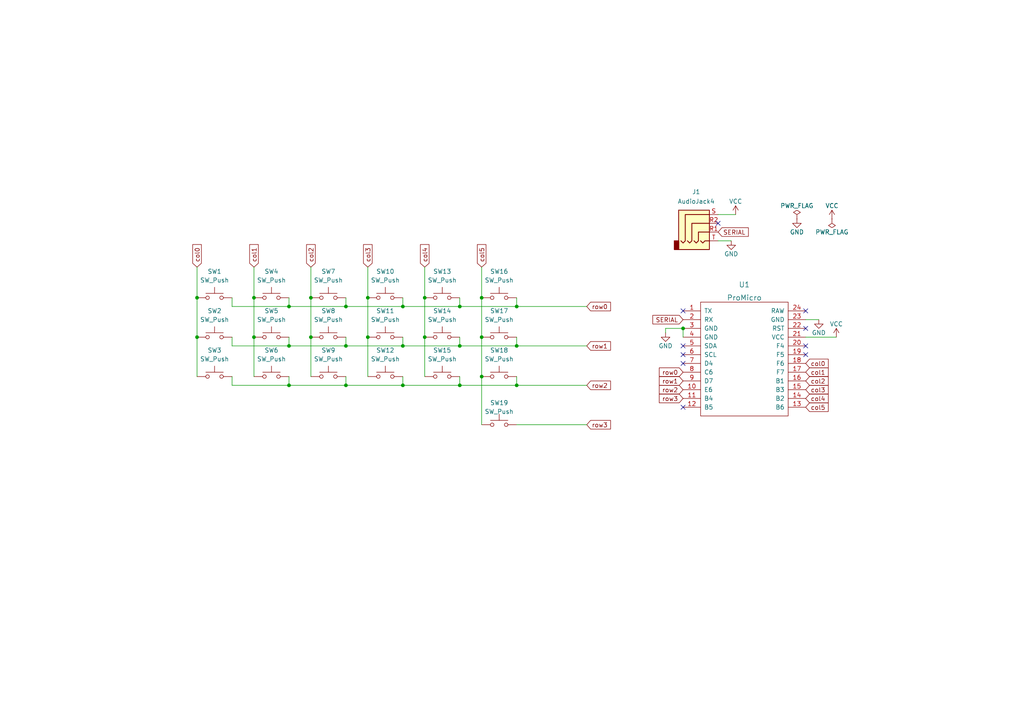
<source format=kicad_sch>
(kicad_sch (version 20211123) (generator eeschema)
  (paper "A4")
  (lib_symbols
    (symbol "Connector:AudioJack4"
      (property "Reference" "J" (at 0 8.89 0))
      (property "Value" "AudioJack4" (at 0 6.35 0))
      (symbol "AudioJack4_0_1"
        (rectangle (start -6.35 -5.08) (end -7.62 -7.62) (stroke (width 0.254)) (fill (type outline)))
        (polyline (pts (xy 0 -5.08) (xy 0.635 -5.715) (xy 1.27 -5.08) (xy 2.54 -5.08)) (stroke (width 0.254)))
        (polyline (pts (xy -5.715 -5.08) (xy -5.08 -5.715) (xy -4.445 -5.08) (xy -4.445 2.54) (xy 2.54 2.54)) (stroke (width 0.254)))
        (polyline (pts (xy -1.905 -5.08) (xy -1.27 -5.715) (xy -0.635 -5.08) (xy -0.635 -2.54) (xy 2.54 -2.54)) (stroke (width 0.254)))
        (polyline (pts (xy 2.54 0) (xy -2.54 0) (xy -2.54 -5.08) (xy -3.175 -5.715) (xy -3.81 -5.08)) (stroke (width 0.254)))
        (rectangle (start 2.54 3.81) (end -6.35 -7.62) (stroke (width 0.254)) (fill (type background)))
      )
      (symbol "AudioJack4_1_1"
        (pin passive line (at 5.08 -2.54 180) (length 2.54) (name "~") (number "R1"))
        (pin passive line (at 5.08 0 180) (length 2.54) (name "~") (number "R2"))
        (pin passive line (at 5.08 2.54 180) (length 2.54) (name "~") (number "S"))
        (pin passive line (at 5.08 -5.08 180) (length 2.54) (name "~") (number "T"))
      )
    )
    (symbol "ProMicro:ProMicro" (pin_names (offset 1.016))
      (property "Reference" "U" (at 0 24.13 0))
      (property "Value" "ProMicro" (at 0 -13.97 0))
      (symbol "ProMicro_0_1"
        (rectangle (start -12.7 21.59) (end 12.7 -11.43))
      )
      (symbol "ProMicro_1_1"
        (pin bidirectional line (at -17.78 19.05 0) (length 5.08) (name "TX") (number "1"))
        (pin bidirectional line (at -17.78 -3.81 0) (length 5.08) (name "E6") (number "10"))
        (pin bidirectional line (at -17.78 -6.35 0) (length 5.08) (name "B4") (number "11"))
        (pin bidirectional line (at -17.78 -8.89 0) (length 5.08) (name "B5") (number "12"))
        (pin bidirectional line (at 17.78 -8.89 180) (length 5.08) (name "B6") (number "13"))
        (pin bidirectional line (at 17.78 -6.35 180) (length 5.08) (name "B2") (number "14"))
        (pin bidirectional line (at 17.78 -3.81 180) (length 5.08) (name "B3") (number "15"))
        (pin bidirectional line (at 17.78 -1.27 180) (length 5.08) (name "B1") (number "16"))
        (pin bidirectional line (at 17.78 1.27 180) (length 5.08) (name "F7") (number "17"))
        (pin bidirectional line (at 17.78 3.81 180) (length 5.08) (name "F6") (number "18"))
        (pin bidirectional line (at 17.78 6.35 180) (length 5.08) (name "F5") (number "19"))
        (pin bidirectional line (at -17.78 16.51 0) (length 5.08) (name "RX") (number "2"))
        (pin bidirectional line (at 17.78 8.89 180) (length 5.08) (name "F4") (number "20"))
        (pin power_in line (at 17.78 11.43 180) (length 5.08) (name "VCC") (number "21"))
        (pin input line (at 17.78 13.97 180) (length 5.08) (name "RST") (number "22"))
        (pin power_in line (at 17.78 16.51 180) (length 5.08) (name "GND") (number "23"))
        (pin power_out line (at 17.78 19.05 180) (length 5.08) (name "RAW") (number "24"))
        (pin power_in line (at -17.78 13.97 0) (length 5.08) (name "GND") (number "3"))
        (pin power_in line (at -17.78 11.43 0) (length 5.08) (name "GND") (number "4"))
        (pin bidirectional line (at -17.78 8.89 0) (length 5.08) (name "SDA") (number "5"))
        (pin bidirectional line (at -17.78 6.35 0) (length 5.08) (name "SCL") (number "6"))
        (pin bidirectional line (at -17.78 3.81 0) (length 5.08) (name "D4") (number "7"))
        (pin bidirectional line (at -17.78 1.27 0) (length 5.08) (name "C6") (number "8"))
        (pin bidirectional line (at -17.78 -1.27 0) (length 5.08) (name "D7") (number "9"))
      )
    )
    (symbol "Switch:SW_Push" (pin_numbers hide) (pin_names (offset 1.016) hide)
      (property "Reference" "SW" (at 1.27 2.54 0))
      (property "Value" "SW_Push" (at 0 -1.524 0))
      (symbol "SW_Push_0_1"
        (circle (center -2.032 0) (radius 0.508))
        (polyline (pts (xy 0 1.27) (xy 0 3.048)))
        (polyline (pts (xy 2.54 1.27) (xy -2.54 1.27)))
        (circle (center 2.032 0) (radius 0.508))
        (pin passive line (at -5.08 0 0) (length 2.54) (name "1") (number "1"))
        (pin passive line (at 5.08 0 180) (length 2.54) (name "2") (number "2"))
      )
    )
    (symbol "power:GND" (power) (pin_names (offset 0))
      (property "Value" "GND" (at 0 -3.81 0))
      (symbol "GND_0_1"
        (polyline (pts (xy 0 0) (xy 0 -1.27) (xy 1.27 -1.27) (xy 0 -2.54) (xy -1.27 -1.27) (xy 0 -1.27)))
      )
      (symbol "GND_1_1"
        (pin power_in line (at 0 0 270) (length 0) hide (name "GND") (number "1"))
      )
    )
    (symbol "power:PWR_FLAG" (power) (pin_numbers hide) (pin_names (offset 0) hide)
      (property "Value" "PWR_FLAG" (at 0 3.81 0))
      (symbol "PWR_FLAG_0_0"
        (pin power_out line (at 0 0 90) (length 0) (name "pwr") (number "1"))
      )
      (symbol "PWR_FLAG_0_1"
        (polyline (pts (xy 0 0) (xy 0 1.27) (xy -1.016 1.905) (xy 0 2.54) (xy 1.016 1.905) (xy 0 1.27)))
      )
    )
    (symbol "power:VCC" (power) (pin_names (offset 0))
      (property "Value" "VCC" (at 0 3.81 0))
      (symbol "VCC_0_1"
        (polyline (pts (xy -0.762 1.27) (xy 0 2.54)))
        (polyline (pts (xy 0 0) (xy 0 2.54)))
        (polyline (pts (xy 0 2.54) (xy 0.762 1.27)))
      )
      (symbol "VCC_1_1"
        (pin power_in line (at 0 0 90) (length 0) hide (name "VCC") (number "1"))
      )
    )
  )
  (junction (at 139.7 109.22))
  (junction (at 198.12 95.25))
  (junction (at 90.17 97.79))
  (junction (at 73.66 86.36))
  (junction (at 100.33 111.76))
  (junction (at 116.84 111.76))
  (junction (at 100.33 100.33))
  (junction (at 106.68 97.79))
  (junction (at 139.7 86.36))
  (junction (at 116.84 100.33))
  (junction (at 133.35 100.33))
  (junction (at 83.82 88.9))
  (junction (at 83.82 100.33))
  (junction (at 149.86 88.9))
  (junction (at 90.17 86.36))
  (junction (at 149.86 111.76))
  (junction (at 123.19 86.36))
  (junction (at 57.15 86.36))
  (junction (at 133.35 88.9))
  (junction (at 57.15 97.79))
  (junction (at 116.84 88.9))
  (junction (at 73.66 97.79))
  (junction (at 149.86 100.33))
  (junction (at 123.19 97.79))
  (junction (at 83.82 111.76))
  (junction (at 106.68 86.36))
  (junction (at 133.35 111.76))
  (junction (at 100.33 88.9))
  (junction (at 139.7 97.79))
  (no_connect (at 198.12 118.11))
  (no_connect (at 198.12 105.41))
  (no_connect (at 198.12 100.33))
  (no_connect (at 198.12 102.87))
  (no_connect (at 198.12 90.17))
  (no_connect (at 233.68 90.17))
  (no_connect (at 233.68 102.87))
  (no_connect (at 233.68 95.25))
  (no_connect (at 233.68 100.33))
  (no_connect (at 208.28 64.77))
  (wire (pts (xy 123.19 77.47) (xy 123.19 86.36)))
  (wire (pts (xy 100.33 88.9) (xy 116.84 88.9)))
  (wire (pts (xy 83.82 97.79) (xy 83.82 100.33)))
  (wire (pts (xy 208.28 69.85) (xy 212.09 69.85)))
  (wire (pts (xy 139.7 97.79) (xy 139.7 109.22)))
  (wire (pts (xy 149.86 111.76) (xy 170.18 111.76)))
  (wire (pts (xy 100.33 109.22) (xy 100.33 111.76)))
  (wire (pts (xy 149.86 123.19) (xy 170.18 123.19)))
  (wire (pts (xy 139.7 77.47) (xy 139.7 86.36)))
  (wire (pts (xy 100.33 86.36) (xy 100.33 88.9)))
  (wire (pts (xy 67.31 111.76) (xy 83.82 111.76)))
  (wire (pts (xy 83.82 111.76) (xy 100.33 111.76)))
  (wire (pts (xy 116.84 111.76) (xy 133.35 111.76)))
  (wire (pts (xy 90.17 86.36) (xy 90.17 97.79)))
  (wire (pts (xy 133.35 100.33) (xy 149.86 100.33)))
  (wire (pts (xy 83.82 109.22) (xy 83.82 111.76)))
  (wire (pts (xy 83.82 100.33) (xy 100.33 100.33)))
  (wire (pts (xy 67.31 109.22) (xy 67.31 111.76)))
  (wire (pts (xy 133.35 109.22) (xy 133.35 111.76)))
  (wire (pts (xy 57.15 97.79) (xy 57.15 109.22)))
  (wire (pts (xy 73.66 97.79) (xy 73.66 109.22)))
  (wire (pts (xy 116.84 97.79) (xy 116.84 100.33)))
  (wire (pts (xy 139.7 86.36) (xy 139.7 97.79)))
  (wire (pts (xy 116.84 88.9) (xy 133.35 88.9)))
  (wire (pts (xy 149.86 109.22) (xy 149.86 111.76)))
  (wire (pts (xy 73.66 86.36) (xy 73.66 97.79)))
  (wire (pts (xy 233.68 92.71) (xy 237.49 92.71)))
  (wire (pts (xy 100.33 111.76) (xy 116.84 111.76)))
  (wire (pts (xy 100.33 100.33) (xy 116.84 100.33)))
  (wire (pts (xy 149.86 88.9) (xy 170.18 88.9)))
  (wire (pts (xy 57.15 86.36) (xy 57.15 97.79)))
  (wire (pts (xy 149.86 100.33) (xy 170.18 100.33)))
  (wire (pts (xy 133.35 97.79) (xy 133.35 100.33)))
  (wire (pts (xy 116.84 109.22) (xy 116.84 111.76)))
  (wire (pts (xy 106.68 86.36) (xy 106.68 97.79)))
  (wire (pts (xy 116.84 86.36) (xy 116.84 88.9)))
  (wire (pts (xy 106.68 77.47) (xy 106.68 86.36)))
  (wire (pts (xy 149.86 97.79) (xy 149.86 100.33)))
  (wire (pts (xy 133.35 86.36) (xy 133.35 88.9)))
  (wire (pts (xy 90.17 97.79) (xy 90.17 109.22)))
  (wire (pts (xy 100.33 97.79) (xy 100.33 100.33)))
  (wire (pts (xy 57.15 77.47) (xy 57.15 86.36)))
  (wire (pts (xy 139.7 109.22) (xy 139.7 123.19)))
  (wire (pts (xy 198.12 95.25) (xy 198.12 97.79)))
  (wire (pts (xy 193.04 95.25) (xy 193.04 96.52)))
  (wire (pts (xy 149.86 86.36) (xy 149.86 88.9)))
  (wire (pts (xy 208.28 62.23) (xy 213.36 62.23)))
  (wire (pts (xy 67.31 100.33) (xy 83.82 100.33)))
  (wire (pts (xy 116.84 100.33) (xy 133.35 100.33)))
  (wire (pts (xy 67.31 86.36) (xy 67.31 88.9)))
  (wire (pts (xy 198.12 95.25) (xy 193.04 95.25)))
  (wire (pts (xy 90.17 77.47) (xy 90.17 86.36)))
  (wire (pts (xy 133.35 111.76) (xy 149.86 111.76)))
  (wire (pts (xy 133.35 88.9) (xy 149.86 88.9)))
  (wire (pts (xy 233.68 97.79) (xy 242.57 97.79)))
  (wire (pts (xy 123.19 86.36) (xy 123.19 97.79)))
  (wire (pts (xy 67.31 97.79) (xy 67.31 100.33)))
  (wire (pts (xy 83.82 88.9) (xy 83.82 86.36)))
  (wire (pts (xy 123.19 97.79) (xy 123.19 109.22)))
  (wire (pts (xy 83.82 88.9) (xy 100.33 88.9)))
  (wire (pts (xy 73.66 77.47) (xy 73.66 86.36)))
  (wire (pts (xy 106.68 97.79) (xy 106.68 109.22)))
  (wire (pts (xy 67.31 88.9) (xy 83.82 88.9)))
  (global_label "row2" (shape input) (at 198.12 113.03 180) (property "Intersheet References" "${INTERSHEET_REFS}" (effects hide)))
  (global_label "row0" (shape input) (at 170.18 88.9 0) (property "Intersheet References" "${INTERSHEET_REFS}" (effects hide)))
  (global_label "row1" (shape input) (at 170.18 100.33 0) (property "Intersheet References" "${INTERSHEET_REFS}" (effects hide)))
  (global_label "col5" (shape input) (at 139.7 77.47 90) (property "Intersheet References" "${INTERSHEET_REFS}" (effects hide)))
  (global_label "col1" (shape input) (at 233.68 107.95 0) (property "Intersheet References" "${INTERSHEET_REFS}" (effects hide)))
  (global_label "col2" (shape input) (at 90.17 77.47 90) (property "Intersheet References" "${INTERSHEET_REFS}" (effects hide)))
  (global_label "row3" (shape input) (at 198.12 115.57 180) (property "Intersheet References" "${INTERSHEET_REFS}" (effects hide)))
  (global_label "col0" (shape input) (at 57.15 77.47 90) (property "Intersheet References" "${INTERSHEET_REFS}" (effects hide)))
  (global_label "col2" (shape input) (at 233.68 110.49 0) (property "Intersheet References" "${INTERSHEET_REFS}" (effects hide)))
  (global_label "row3" (shape input) (at 170.18 123.19 0) (property "Intersheet References" "${INTERSHEET_REFS}" (effects hide)))
  (global_label "col0" (shape input) (at 233.68 105.41 0) (property "Intersheet References" "${INTERSHEET_REFS}" (effects hide)))
  (global_label "SERIAL" (shape input) (at 198.12 92.71 180) (property "Intersheet References" "${INTERSHEET_REFS}" (effects hide)))
  (global_label "row2" (shape input) (at 170.18 111.76 0) (property "Intersheet References" "${INTERSHEET_REFS}" (effects hide)))
  (global_label "col4" (shape input) (at 233.68 115.57 0) (property "Intersheet References" "${INTERSHEET_REFS}" (effects hide)))
  (global_label "row1" (shape input) (at 198.12 110.49 180) (property "Intersheet References" "${INTERSHEET_REFS}" (effects hide)))
  (global_label "col3" (shape input) (at 106.68 77.47 90) (property "Intersheet References" "${INTERSHEET_REFS}" (effects hide)))
  (global_label "col5" (shape input) (at 233.68 118.11 0) (property "Intersheet References" "${INTERSHEET_REFS}" (effects hide)))
  (global_label "SERIAL" (shape input) (at 208.28 67.31 0) (property "Intersheet References" "${INTERSHEET_REFS}" (effects hide)))
  (global_label "col4" (shape input) (at 123.19 77.47 90) (property "Intersheet References" "${INTERSHEET_REFS}" (effects hide)))
  (global_label "col1" (shape input) (at 73.66 77.47 90) (property "Intersheet References" "${INTERSHEET_REFS}" (effects hide)))
  (global_label "row0" (shape input) (at 198.12 107.95 180) (property "Intersheet References" "${INTERSHEET_REFS}" (effects hide)))
  (global_label "col3" (shape input) (at 233.68 113.03 0) (property "Intersheet References" "${INTERSHEET_REFS}" (effects hide)))
  (symbol (lib_id "power:GND") (at 237.49 92.71 0) (unit 1)
    (property "Reference" "#PWR0102" (effects hide))
    (property "Value" "GND" (at 237.49 96.52 0))
  )
  (symbol (lib_id "Switch:SW_Push") (at 144.78 109.22 0) (unit 1)
    (property "Reference" "SW18" (at 144.78 101.6 0))
    (property "Value" "SW_Push" (at 144.78 104.14 0))
    (property "Footprint" "Footprints:BVC2013_diode_courtyard" (effects hide))
  )
  (symbol (lib_id "Connector:AudioJack4") (at 203.2 64.77 0) (unit 1)
    (property "Reference" "J1" (at 201.93 55.6449 0))
    (property "Value" "AudioJack4" (at 201.93 58.42 0))
    (property "Footprint" "Footprints:TRRS_crkbd" (effects hide))
  )
  (symbol (lib_id "power:VCC") (at 241.3 63.5 0) (unit 1)
    (property "Reference" "#PWR0107" (effects hide))
    (property "Value" "VCC" (at 241.3 59.69 0))
  )
  (symbol (lib_id "Switch:SW_Push") (at 144.78 86.36 0) (unit 1)
    (property "Reference" "SW16" (at 144.78 78.74 0))
    (property "Value" "SW_Push" (at 144.78 81.28 0))
    (property "Footprint" "Footprints:BVC2013_diode_courtyard" (effects hide))
  )
  (symbol (lib_id "power:VCC") (at 242.57 97.79 0) (unit 1)
    (property "Reference" "#PWR0101" (effects hide))
    (property "Value" "VCC" (at 242.57 93.98 0))
  )
  (symbol (lib_id "power:GND") (at 231.14 63.5 0) (unit 1)
    (property "Reference" "#PWR0105" (effects hide))
    (property "Value" "GND" (at 231.14 67.31 0))
  )
  (symbol (lib_id "ProMicro:ProMicro") (at 215.9 109.22 0) (unit 1)
    (property "Reference" "U1" (at 215.9 82.55 0) (effects (font (size 1.524 1.524))))
    (property "Value" "ProMicro" (at 215.9 86.36 0) (effects (font (size 1.524 1.524))))
    (property "Footprint" "Footprints:OxyMoron" (effects hide))
  )
  (symbol (lib_id "Switch:SW_Push") (at 62.23 109.22 0) (unit 1)
    (property "Reference" "SW3" (at 62.23 101.6 0))
    (property "Value" "SW_Push" (at 62.23 104.14 0))
    (property "Footprint" "Footprints:BVC2013_diode_courtyard" (effects hide))
  )
  (symbol (lib_id "Switch:SW_Push") (at 78.74 86.36 0) (unit 1)
    (property "Reference" "SW4" (at 78.74 78.74 0))
    (property "Value" "SW_Push" (at 78.74 81.28 0))
    (property "Footprint" "Footprints:BVC2013_diode_courtyard" (effects hide))
  )
  (symbol (lib_id "Switch:SW_Push") (at 128.27 86.36 0) (unit 1)
    (property "Reference" "SW13" (at 128.27 78.74 0))
    (property "Value" "SW_Push" (at 128.27 81.28 0))
    (property "Footprint" "Footprints:BVC2013_diode_courtyard" (effects hide))
  )
  (symbol (lib_id "Switch:SW_Push") (at 128.27 97.79 0) (unit 1)
    (property "Reference" "SW14" (at 128.27 90.17 0))
    (property "Value" "SW_Push" (at 128.27 92.71 0))
    (property "Footprint" "Footprints:BVC2013_diode_courtyard" (effects hide))
  )
  (symbol (lib_id "Switch:SW_Push") (at 144.78 97.79 0) (unit 1)
    (property "Reference" "SW17" (at 144.78 90.17 0))
    (property "Value" "SW_Push" (at 144.78 92.71 0))
    (property "Footprint" "Footprints:BVC2013_diode_courtyard" (effects hide))
  )
  (symbol (lib_id "Switch:SW_Push") (at 95.25 97.79 0) (unit 1)
    (property "Reference" "SW8" (at 95.25 90.17 0))
    (property "Value" "SW_Push" (at 95.25 92.71 0))
    (property "Footprint" "Footprints:BVC2013_diode_courtyard" (effects hide))
  )
  (symbol (lib_id "Switch:SW_Push") (at 95.25 86.36 0) (unit 1)
    (property "Reference" "SW7" (at 95.25 78.74 0))
    (property "Value" "SW_Push" (at 95.25 81.28 0))
    (property "Footprint" "Footprints:BVC2013_diode_courtyard" (effects hide))
  )
  (symbol (lib_id "Switch:SW_Push") (at 78.74 109.22 0) (unit 1)
    (property "Reference" "SW6" (at 78.74 101.6 0))
    (property "Value" "SW_Push" (at 78.74 104.14 0))
    (property "Footprint" "Footprints:BVC2013_diode_courtyard" (effects hide))
  )
  (symbol (lib_id "Switch:SW_Push") (at 62.23 86.36 0) (unit 1)
    (property "Reference" "SW1" (at 62.23 78.74 0))
    (property "Value" "SW_Push" (at 62.23 81.28 0))
    (property "Footprint" "Footprints:BVC2013_diode_courtyard" (effects hide))
  )
  (symbol (lib_id "Switch:SW_Push") (at 95.25 109.22 0) (unit 1)
    (property "Reference" "SW9" (at 95.25 101.6 0))
    (property "Value" "SW_Push" (at 95.25 104.14 0))
    (property "Footprint" "Footprints:BVC2013_diode_courtyard" (effects hide))
  )
  (symbol (lib_id "power:VCC") (at 213.36 62.23 0) (unit 1)
    (property "Reference" "#PWR0106" (effects hide))
    (property "Value" "VCC" (at 213.36 58.42 0))
  )
  (symbol (lib_id "power:GND") (at 193.04 96.52 0) (unit 1)
    (property "Reference" "#PWR0104" (effects hide))
    (property "Value" "GND" (at 193.04 100.33 0))
  )
  (symbol (lib_id "Switch:SW_Push") (at 78.74 97.79 0) (unit 1)
    (property "Reference" "SW5" (at 78.74 90.17 0))
    (property "Value" "SW_Push" (at 78.74 92.71 0))
    (property "Footprint" "Footprints:BVC2013_diode_courtyard" (effects hide))
  )
  (symbol (lib_id "Switch:SW_Push") (at 62.23 97.79 0) (unit 1)
    (property "Reference" "SW2" (at 62.23 90.17 0))
    (property "Value" "SW_Push" (at 62.23 92.71 0))
    (property "Footprint" "Footprints:BVC2013_diode_courtyard" (effects hide))
  )
  (symbol (lib_id "Switch:SW_Push") (at 111.76 97.79 0) (unit 1)
    (property "Reference" "SW11" (at 111.76 90.17 0))
    (property "Value" "SW_Push" (at 111.76 92.71 0))
    (property "Footprint" "Footprints:BVC2013_diode_courtyard" (effects hide))
  )
  (symbol (lib_id "Switch:SW_Push") (at 111.76 109.22 0) (unit 1)
    (property "Reference" "SW12" (at 111.76 101.6 0))
    (property "Value" "SW_Push" (at 111.76 104.14 0))
    (property "Footprint" "Footprints:BVC2013_diode_courtyard" (effects hide))
  )
  (symbol (lib_id "Switch:SW_Push") (at 144.78 123.19 0) (unit 1)
    (property "Reference" "SW19" (at 144.78 116.84 0))
    (property "Value" "SW_Push" (at 144.78 119.38 0))
    (property "Footprint" "Footprints:BVC2013_diode_courtyard" (effects hide))
  )
  (symbol (lib_id "power:GND") (at 212.09 69.85 0) (unit 1)
    (property "Reference" "#PWR0103" (effects hide))
    (property "Value" "GND" (at 212.09 73.66 0))
  )
  (symbol (lib_id "power:PWR_FLAG") (at 241.3 63.5 180) (unit 1)
    (property "Reference" "#FLG0101" (effects hide))
    (property "Value" "PWR_FLAG" (at 241.3 67.31 0))
  )
  (symbol (lib_id "power:PWR_FLAG") (at 231.14 63.5 0) (unit 1)
    (property "Reference" "#FLG0102" (effects hide))
    (property "Value" "PWR_FLAG" (at 231.14 59.69 0))
  )
  (symbol (lib_id "Switch:SW_Push") (at 111.76 86.36 0) (unit 1)
    (property "Reference" "SW10" (at 111.76 78.74 0))
    (property "Value" "SW_Push" (at 111.76 81.28 0))
    (property "Footprint" "Footprints:BVC2013_diode_courtyard" (effects hide))
  )
  (symbol (lib_id "Switch:SW_Push") (at 128.27 109.22 0) (unit 1)
    (property "Reference" "SW15" (at 128.27 101.6 0))
    (property "Value" "SW_Push" (at 128.27 104.14 0))
    (property "Footprint" "Footprints:BVC2013_diode_courtyard" (effects hide))
  )
)
</source>
